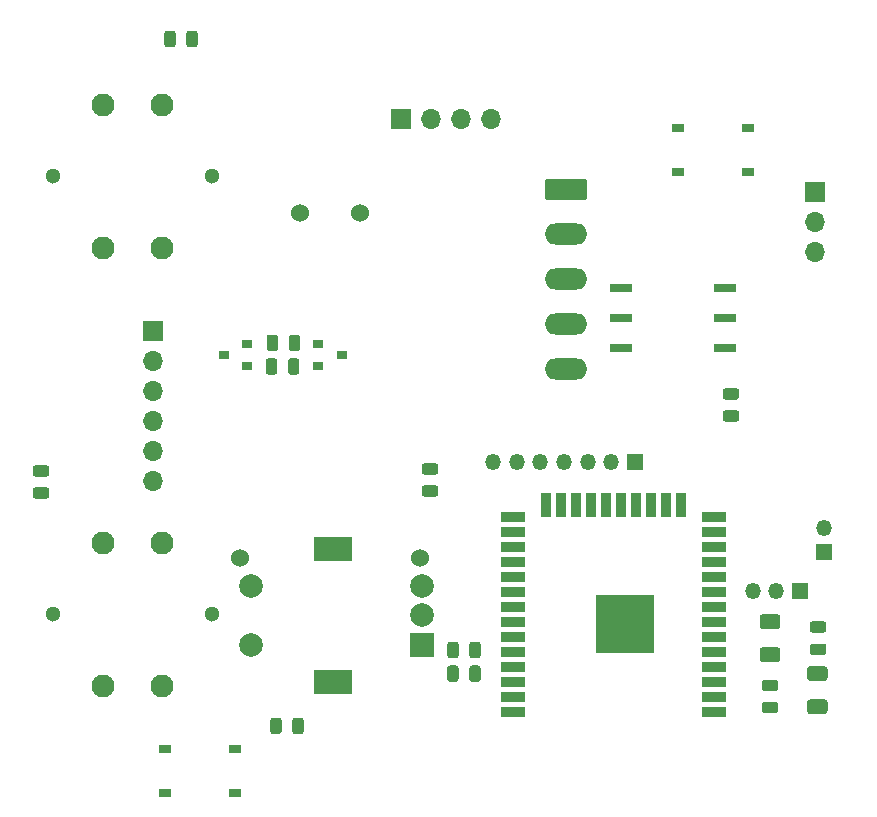
<source format=gbr>
%TF.GenerationSoftware,KiCad,Pcbnew,(5.1.6)-1*%
%TF.CreationDate,2022-02-08T04:05:35+01:00*%
%TF.ProjectId,Thermostat,54686572-6d6f-4737-9461-742e6b696361,rev?*%
%TF.SameCoordinates,Original*%
%TF.FileFunction,Soldermask,Top*%
%TF.FilePolarity,Negative*%
%FSLAX46Y46*%
G04 Gerber Fmt 4.6, Leading zero omitted, Abs format (unit mm)*
G04 Created by KiCad (PCBNEW (5.1.6)-1) date 2022-02-08 04:05:35*
%MOMM*%
%LPD*%
G01*
G04 APERTURE LIST*
%ADD10R,1.000000X0.750000*%
%ADD11C,1.300000*%
%ADD12C,1.950000*%
%ADD13O,1.350000X1.350000*%
%ADD14R,1.350000X1.350000*%
%ADD15R,1.900000X0.700000*%
%ADD16O,1.700000X1.700000*%
%ADD17R,1.700000X1.700000*%
%ADD18C,1.524000*%
%ADD19R,2.000000X2.000000*%
%ADD20C,2.000000*%
%ADD21R,3.200000X2.000000*%
%ADD22R,2.000000X0.900000*%
%ADD23R,0.900000X2.000000*%
%ADD24R,5.000000X5.000000*%
%ADD25R,0.900000X0.800000*%
%ADD26O,3.600000X1.800000*%
G04 APERTURE END LIST*
D10*
%TO.C,S5*%
X125936000Y-50135000D03*
X119936000Y-50135000D03*
X125936000Y-46385000D03*
X119936000Y-46385000D03*
%TD*%
%TO.C,S4*%
X76502000Y-98963000D03*
X82502000Y-98963000D03*
X76502000Y-102713000D03*
X82502000Y-102713000D03*
%TD*%
D11*
%TO.C,S2*%
X80556000Y-87588000D03*
X67056000Y-87588000D03*
D12*
X76306000Y-93638000D03*
X71306000Y-93638000D03*
X76306000Y-81538000D03*
X71306000Y-81538000D03*
%TD*%
D11*
%TO.C,S1*%
X80556000Y-50504000D03*
X67056000Y-50504000D03*
D12*
X76306000Y-56554000D03*
X71306000Y-56554000D03*
X76306000Y-44454000D03*
X71306000Y-44454000D03*
%TD*%
D13*
%TO.C,J6*%
X126302000Y-85598000D03*
X128302000Y-85598000D03*
D14*
X130302000Y-85598000D03*
%TD*%
D13*
%TO.C,J5*%
X132334000Y-80296000D03*
D14*
X132334000Y-82296000D03*
%TD*%
D15*
%TO.C,IC3*%
X115141000Y-65028000D03*
X115141000Y-62488000D03*
X115141000Y-59948000D03*
X123991000Y-59948000D03*
X123991000Y-62488000D03*
X123991000Y-65028000D03*
%TD*%
D13*
%TO.C,J4*%
X104332000Y-74676000D03*
X106332000Y-74676000D03*
X108332000Y-74676000D03*
X110332000Y-74676000D03*
X112332000Y-74676000D03*
X114332000Y-74676000D03*
D14*
X116332000Y-74676000D03*
%TD*%
D16*
%TO.C,J7*%
X131572000Y-56896000D03*
X131572000Y-54356000D03*
D17*
X131572000Y-51816000D03*
%TD*%
D18*
%TO.C,U2*%
X82880000Y-82810000D03*
X98120000Y-82810000D03*
X87960000Y-53600000D03*
X93040000Y-53600000D03*
%TD*%
D19*
%TO.C,SW1*%
X98298000Y-90170000D03*
D20*
X98298000Y-87670000D03*
X98298000Y-85170000D03*
D21*
X90798000Y-93270000D03*
X90798000Y-82070000D03*
D20*
X83798000Y-90170000D03*
X83798000Y-85170000D03*
%TD*%
%TO.C,R10*%
G36*
G01*
X78349500Y-39318250D02*
X78349500Y-38405750D01*
G75*
G02*
X78593250Y-38162000I243750J0D01*
G01*
X79080750Y-38162000D01*
G75*
G02*
X79324500Y-38405750I0J-243750D01*
G01*
X79324500Y-39318250D01*
G75*
G02*
X79080750Y-39562000I-243750J0D01*
G01*
X78593250Y-39562000D01*
G75*
G02*
X78349500Y-39318250I0J243750D01*
G01*
G37*
G36*
G01*
X76474500Y-39318250D02*
X76474500Y-38405750D01*
G75*
G02*
X76718250Y-38162000I243750J0D01*
G01*
X77205750Y-38162000D01*
G75*
G02*
X77449500Y-38405750I0J-243750D01*
G01*
X77449500Y-39318250D01*
G75*
G02*
X77205750Y-39562000I-243750J0D01*
G01*
X76718250Y-39562000D01*
G75*
G02*
X76474500Y-39318250I0J243750D01*
G01*
G37*
%TD*%
%TO.C,R9*%
G36*
G01*
X66496250Y-75925500D02*
X65583750Y-75925500D01*
G75*
G02*
X65340000Y-75681750I0J243750D01*
G01*
X65340000Y-75194250D01*
G75*
G02*
X65583750Y-74950500I243750J0D01*
G01*
X66496250Y-74950500D01*
G75*
G02*
X66740000Y-75194250I0J-243750D01*
G01*
X66740000Y-75681750D01*
G75*
G02*
X66496250Y-75925500I-243750J0D01*
G01*
G37*
G36*
G01*
X66496250Y-77800500D02*
X65583750Y-77800500D01*
G75*
G02*
X65340000Y-77556750I0J243750D01*
G01*
X65340000Y-77069250D01*
G75*
G02*
X65583750Y-76825500I243750J0D01*
G01*
X66496250Y-76825500D01*
G75*
G02*
X66740000Y-77069250I0J-243750D01*
G01*
X66740000Y-77556750D01*
G75*
G02*
X66496250Y-77800500I-243750J0D01*
G01*
G37*
%TD*%
D22*
%TO.C,U1*%
X106000000Y-95855000D03*
X106000000Y-94585000D03*
X106000000Y-93315000D03*
X106000000Y-92045000D03*
X106000000Y-90775000D03*
X106000000Y-89505000D03*
X106000000Y-88235000D03*
X106000000Y-86965000D03*
X106000000Y-85695000D03*
X106000000Y-84425000D03*
X106000000Y-83155000D03*
X106000000Y-81885000D03*
X106000000Y-80615000D03*
X106000000Y-79345000D03*
D23*
X108785000Y-78345000D03*
X110055000Y-78345000D03*
X111325000Y-78345000D03*
X112595000Y-78345000D03*
X113865000Y-78345000D03*
X115135000Y-78345000D03*
X116405000Y-78345000D03*
X117675000Y-78345000D03*
X118945000Y-78345000D03*
X120215000Y-78345000D03*
D22*
X123000000Y-79345000D03*
X123000000Y-80615000D03*
X123000000Y-81885000D03*
X123000000Y-83155000D03*
X123000000Y-84425000D03*
X123000000Y-85695000D03*
X123000000Y-86965000D03*
X123000000Y-88235000D03*
X123000000Y-89505000D03*
X123000000Y-90775000D03*
X123000000Y-92045000D03*
X123000000Y-93315000D03*
X123000000Y-94585000D03*
X123000000Y-95855000D03*
D24*
X115500000Y-88355000D03*
%TD*%
%TO.C,R8*%
G36*
G01*
X124003750Y-70300000D02*
X124916250Y-70300000D01*
G75*
G02*
X125160000Y-70543750I0J-243750D01*
G01*
X125160000Y-71031250D01*
G75*
G02*
X124916250Y-71275000I-243750J0D01*
G01*
X124003750Y-71275000D01*
G75*
G02*
X123760000Y-71031250I0J243750D01*
G01*
X123760000Y-70543750D01*
G75*
G02*
X124003750Y-70300000I243750J0D01*
G01*
G37*
G36*
G01*
X124003750Y-68425000D02*
X124916250Y-68425000D01*
G75*
G02*
X125160000Y-68668750I0J-243750D01*
G01*
X125160000Y-69156250D01*
G75*
G02*
X124916250Y-69400000I-243750J0D01*
G01*
X124003750Y-69400000D01*
G75*
G02*
X123760000Y-69156250I0J243750D01*
G01*
X123760000Y-68668750D01*
G75*
G02*
X124003750Y-68425000I243750J0D01*
G01*
G37*
%TD*%
%TO.C,R7*%
G36*
G01*
X86112500Y-64143750D02*
X86112500Y-65056250D01*
G75*
G02*
X85868750Y-65300000I-243750J0D01*
G01*
X85381250Y-65300000D01*
G75*
G02*
X85137500Y-65056250I0J243750D01*
G01*
X85137500Y-64143750D01*
G75*
G02*
X85381250Y-63900000I243750J0D01*
G01*
X85868750Y-63900000D01*
G75*
G02*
X86112500Y-64143750I0J-243750D01*
G01*
G37*
G36*
G01*
X87987500Y-64143750D02*
X87987500Y-65056250D01*
G75*
G02*
X87743750Y-65300000I-243750J0D01*
G01*
X87256250Y-65300000D01*
G75*
G02*
X87012500Y-65056250I0J243750D01*
G01*
X87012500Y-64143750D01*
G75*
G02*
X87256250Y-63900000I243750J0D01*
G01*
X87743750Y-63900000D01*
G75*
G02*
X87987500Y-64143750I0J-243750D01*
G01*
G37*
%TD*%
%TO.C,R6*%
G36*
G01*
X86950000Y-67056250D02*
X86950000Y-66143750D01*
G75*
G02*
X87193750Y-65900000I243750J0D01*
G01*
X87681250Y-65900000D01*
G75*
G02*
X87925000Y-66143750I0J-243750D01*
G01*
X87925000Y-67056250D01*
G75*
G02*
X87681250Y-67300000I-243750J0D01*
G01*
X87193750Y-67300000D01*
G75*
G02*
X86950000Y-67056250I0J243750D01*
G01*
G37*
G36*
G01*
X85075000Y-67056250D02*
X85075000Y-66143750D01*
G75*
G02*
X85318750Y-65900000I243750J0D01*
G01*
X85806250Y-65900000D01*
G75*
G02*
X86050000Y-66143750I0J-243750D01*
G01*
X86050000Y-67056250D01*
G75*
G02*
X85806250Y-67300000I-243750J0D01*
G01*
X85318750Y-67300000D01*
G75*
G02*
X85075000Y-67056250I0J243750D01*
G01*
G37*
%TD*%
%TO.C,R5*%
G36*
G01*
X87318000Y-97484250D02*
X87318000Y-96571750D01*
G75*
G02*
X87561750Y-96328000I243750J0D01*
G01*
X88049250Y-96328000D01*
G75*
G02*
X88293000Y-96571750I0J-243750D01*
G01*
X88293000Y-97484250D01*
G75*
G02*
X88049250Y-97728000I-243750J0D01*
G01*
X87561750Y-97728000D01*
G75*
G02*
X87318000Y-97484250I0J243750D01*
G01*
G37*
G36*
G01*
X85443000Y-97484250D02*
X85443000Y-96571750D01*
G75*
G02*
X85686750Y-96328000I243750J0D01*
G01*
X86174250Y-96328000D01*
G75*
G02*
X86418000Y-96571750I0J-243750D01*
G01*
X86418000Y-97484250D01*
G75*
G02*
X86174250Y-97728000I-243750J0D01*
G01*
X85686750Y-97728000D01*
G75*
G02*
X85443000Y-97484250I0J243750D01*
G01*
G37*
%TD*%
%TO.C,R4*%
G36*
G01*
X98525250Y-76650000D02*
X99437750Y-76650000D01*
G75*
G02*
X99681500Y-76893750I0J-243750D01*
G01*
X99681500Y-77381250D01*
G75*
G02*
X99437750Y-77625000I-243750J0D01*
G01*
X98525250Y-77625000D01*
G75*
G02*
X98281500Y-77381250I0J243750D01*
G01*
X98281500Y-76893750D01*
G75*
G02*
X98525250Y-76650000I243750J0D01*
G01*
G37*
G36*
G01*
X98525250Y-74775000D02*
X99437750Y-74775000D01*
G75*
G02*
X99681500Y-75018750I0J-243750D01*
G01*
X99681500Y-75506250D01*
G75*
G02*
X99437750Y-75750000I-243750J0D01*
G01*
X98525250Y-75750000D01*
G75*
G02*
X98281500Y-75506250I0J243750D01*
G01*
X98281500Y-75018750D01*
G75*
G02*
X98525250Y-74775000I243750J0D01*
G01*
G37*
%TD*%
%TO.C,R3*%
G36*
G01*
X102304000Y-91056250D02*
X102304000Y-90143750D01*
G75*
G02*
X102547750Y-89900000I243750J0D01*
G01*
X103035250Y-89900000D01*
G75*
G02*
X103279000Y-90143750I0J-243750D01*
G01*
X103279000Y-91056250D01*
G75*
G02*
X103035250Y-91300000I-243750J0D01*
G01*
X102547750Y-91300000D01*
G75*
G02*
X102304000Y-91056250I0J243750D01*
G01*
G37*
G36*
G01*
X100429000Y-91056250D02*
X100429000Y-90143750D01*
G75*
G02*
X100672750Y-89900000I243750J0D01*
G01*
X101160250Y-89900000D01*
G75*
G02*
X101404000Y-90143750I0J-243750D01*
G01*
X101404000Y-91056250D01*
G75*
G02*
X101160250Y-91300000I-243750J0D01*
G01*
X100672750Y-91300000D01*
G75*
G02*
X100429000Y-91056250I0J243750D01*
G01*
G37*
%TD*%
%TO.C,R2*%
G36*
G01*
X102304000Y-93056250D02*
X102304000Y-92143750D01*
G75*
G02*
X102547750Y-91900000I243750J0D01*
G01*
X103035250Y-91900000D01*
G75*
G02*
X103279000Y-92143750I0J-243750D01*
G01*
X103279000Y-93056250D01*
G75*
G02*
X103035250Y-93300000I-243750J0D01*
G01*
X102547750Y-93300000D01*
G75*
G02*
X102304000Y-93056250I0J243750D01*
G01*
G37*
G36*
G01*
X100429000Y-93056250D02*
X100429000Y-92143750D01*
G75*
G02*
X100672750Y-91900000I243750J0D01*
G01*
X101160250Y-91900000D01*
G75*
G02*
X101404000Y-92143750I0J-243750D01*
G01*
X101404000Y-93056250D01*
G75*
G02*
X101160250Y-93300000I-243750J0D01*
G01*
X100672750Y-93300000D01*
G75*
G02*
X100429000Y-93056250I0J243750D01*
G01*
G37*
%TD*%
%TO.C,R1*%
G36*
G01*
X131376250Y-90050000D02*
X132288750Y-90050000D01*
G75*
G02*
X132532500Y-90293750I0J-243750D01*
G01*
X132532500Y-90781250D01*
G75*
G02*
X132288750Y-91025000I-243750J0D01*
G01*
X131376250Y-91025000D01*
G75*
G02*
X131132500Y-90781250I0J243750D01*
G01*
X131132500Y-90293750D01*
G75*
G02*
X131376250Y-90050000I243750J0D01*
G01*
G37*
G36*
G01*
X131376250Y-88175000D02*
X132288750Y-88175000D01*
G75*
G02*
X132532500Y-88418750I0J-243750D01*
G01*
X132532500Y-88906250D01*
G75*
G02*
X132288750Y-89150000I-243750J0D01*
G01*
X131376250Y-89150000D01*
G75*
G02*
X131132500Y-88906250I0J243750D01*
G01*
X131132500Y-88418750D01*
G75*
G02*
X131376250Y-88175000I243750J0D01*
G01*
G37*
%TD*%
D25*
%TO.C,Q2*%
X81500000Y-65600000D03*
X83500000Y-64650000D03*
X83500000Y-66550000D03*
%TD*%
%TO.C,Q1*%
X91500000Y-65600000D03*
X89500000Y-66550000D03*
X89500000Y-64650000D03*
%TD*%
D16*
%TO.C,J3*%
X75500000Y-76300000D03*
X75500000Y-73760000D03*
X75500000Y-71220000D03*
X75500000Y-68680000D03*
X75500000Y-66140000D03*
D17*
X75500000Y-63600000D03*
%TD*%
D16*
%TO.C,J2*%
X104120000Y-45600000D03*
X101580000Y-45600000D03*
X99040000Y-45600000D03*
D17*
X96500000Y-45600000D03*
%TD*%
D26*
%TO.C,J1*%
X110500000Y-66840000D03*
X110500000Y-63030000D03*
X110500000Y-59220000D03*
X110500000Y-55410000D03*
G36*
G01*
X108950000Y-50700000D02*
X112050000Y-50700000D01*
G75*
G02*
X112300000Y-50950000I0J-250000D01*
G01*
X112300000Y-52250000D01*
G75*
G02*
X112050000Y-52500000I-250000J0D01*
G01*
X108950000Y-52500000D01*
G75*
G02*
X108700000Y-52250000I0J250000D01*
G01*
X108700000Y-50950000D01*
G75*
G02*
X108950000Y-50700000I250000J0D01*
G01*
G37*
%TD*%
%TO.C,C3*%
G36*
G01*
X128395000Y-88825000D02*
X127145000Y-88825000D01*
G75*
G02*
X126895000Y-88575000I0J250000D01*
G01*
X126895000Y-87825000D01*
G75*
G02*
X127145000Y-87575000I250000J0D01*
G01*
X128395000Y-87575000D01*
G75*
G02*
X128645000Y-87825000I0J-250000D01*
G01*
X128645000Y-88575000D01*
G75*
G02*
X128395000Y-88825000I-250000J0D01*
G01*
G37*
G36*
G01*
X128395000Y-91625000D02*
X127145000Y-91625000D01*
G75*
G02*
X126895000Y-91375000I0J250000D01*
G01*
X126895000Y-90625000D01*
G75*
G02*
X127145000Y-90375000I250000J0D01*
G01*
X128395000Y-90375000D01*
G75*
G02*
X128645000Y-90625000I0J-250000D01*
G01*
X128645000Y-91375000D01*
G75*
G02*
X128395000Y-91625000I-250000J0D01*
G01*
G37*
%TD*%
%TO.C,C2*%
G36*
G01*
X127313750Y-94987500D02*
X128226250Y-94987500D01*
G75*
G02*
X128470000Y-95231250I0J-243750D01*
G01*
X128470000Y-95718750D01*
G75*
G02*
X128226250Y-95962500I-243750J0D01*
G01*
X127313750Y-95962500D01*
G75*
G02*
X127070000Y-95718750I0J243750D01*
G01*
X127070000Y-95231250D01*
G75*
G02*
X127313750Y-94987500I243750J0D01*
G01*
G37*
G36*
G01*
X127313750Y-93112500D02*
X128226250Y-93112500D01*
G75*
G02*
X128470000Y-93356250I0J-243750D01*
G01*
X128470000Y-93843750D01*
G75*
G02*
X128226250Y-94087500I-243750J0D01*
G01*
X127313750Y-94087500D01*
G75*
G02*
X127070000Y-93843750I0J243750D01*
G01*
X127070000Y-93356250D01*
G75*
G02*
X127313750Y-93112500I243750J0D01*
G01*
G37*
%TD*%
%TO.C,C1*%
G36*
G01*
X131145000Y-94775000D02*
X132395000Y-94775000D01*
G75*
G02*
X132645000Y-95025000I0J-250000D01*
G01*
X132645000Y-95775000D01*
G75*
G02*
X132395000Y-96025000I-250000J0D01*
G01*
X131145000Y-96025000D01*
G75*
G02*
X130895000Y-95775000I0J250000D01*
G01*
X130895000Y-95025000D01*
G75*
G02*
X131145000Y-94775000I250000J0D01*
G01*
G37*
G36*
G01*
X131145000Y-91975000D02*
X132395000Y-91975000D01*
G75*
G02*
X132645000Y-92225000I0J-250000D01*
G01*
X132645000Y-92975000D01*
G75*
G02*
X132395000Y-93225000I-250000J0D01*
G01*
X131145000Y-93225000D01*
G75*
G02*
X130895000Y-92975000I0J250000D01*
G01*
X130895000Y-92225000D01*
G75*
G02*
X131145000Y-91975000I250000J0D01*
G01*
G37*
%TD*%
M02*

</source>
